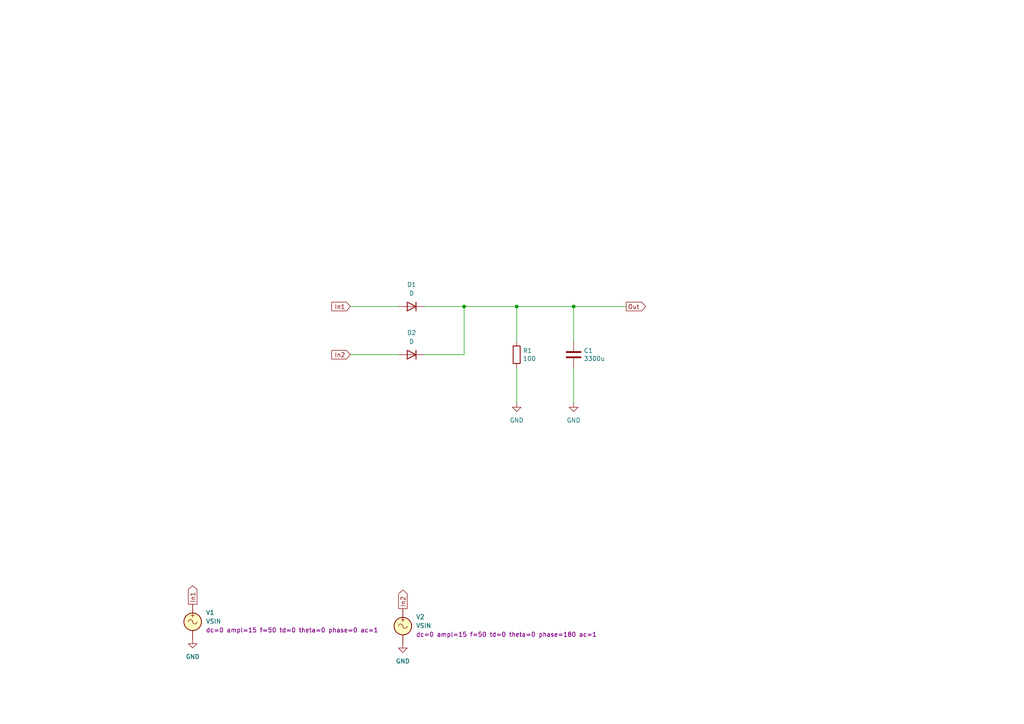
<source format=kicad_sch>
(kicad_sch (version 20231120) (generator "eeschema") (generator_version "8.0")
  (paper "A4")
  (title_block (title "Rectifier with 2 diodes") (date "2024-12-15") (company "GitHub/OJStuff"))
  (lib_symbols
    (symbol "Device:C" (pin_numbers hide) (pin_names (offset 0.254))
      (property "Reference" "C" (at 0.635 2.54 0))
      (property "Value" "C" (at 0.635 -2.54 0))
      (symbol "C_0_1"
        (polyline (pts (xy -2.032 -0.762) (xy 2.032 -0.762)) (stroke (width 0.508)))
        (polyline (pts (xy -2.032 0.762) (xy 2.032 0.762)) (stroke (width 0.508)))
      )
      (symbol "C_1_1"
        (pin passive line (at 0 3.81 270) (length 2.794) (name "~") (number "1"))
        (pin passive line (at 0 -3.81 90) (length 2.794) (name "~") (number "2"))
      )
    )
    (symbol "Device:D" (pin_numbers hide) (pin_names (offset 1.016) hide)
      (property "Reference" "D" (at 0 2.54 0))
      (property "Value" "D" (at 0 -2.54 0))
      (symbol "D_0_1"
        (polyline (pts (xy -1.27 1.27) (xy -1.27 -1.27)) (stroke (width 0.254)))
        (polyline (pts (xy 1.27 0) (xy -1.27 0)))
        (polyline (pts (xy 1.27 1.27) (xy 1.27 -1.27) (xy -1.27 0) (xy 1.27 1.27)) (stroke (width 0.254)))
      )
      (symbol "D_1_1"
        (pin passive line (at -3.81 0 0) (length 2.54) (name "K") (number "1"))
        (pin passive line (at 3.81 0 180) (length 2.54) (name "A") (number "2"))
      )
    )
    (symbol "Device:R" (pin_numbers hide) (pin_names (offset 0))
      (property "Reference" "R" (at 2.032 0 90))
      (property "Value" "R" (at 0 0 90))
      (symbol "R_0_1"
        (rectangle (start -1.016 -2.54) (end 1.016 2.54) (stroke (width 0.254)))
      )
      (symbol "R_1_1"
        (pin passive line (at 0 3.81 270) (length 1.27) (name "~") (number "1"))
        (pin passive line (at 0 -3.81 90) (length 1.27) (name "~") (number "2"))
      )
    )
    (symbol "VSIN_1" (pin_numbers hide) (pin_names (offset 0.0254))
      (property "Reference" "V" (at 2.54 2.54 0))
      (property "Value" "VSIN" (at 2.54 0 0))
      (property "Sim.Params" "dc=0 ampl=1 f=1k ac=1" (at 2.54 -2.54 0))
      (symbol "VSIN_1_0_0"
        (arc (start 0 0) (mid -0.635 0.6323) (end -1.27 0))
        (arc (start 0 0) (mid 0.635 -0.6323) (end 1.27 0))
        (text "+" (at 0 1.905 0) (effects (font (size 1.27 1.27))))
      )
      (symbol "VSIN_1_0_1"
        (circle (center 0 0) (radius 2.54) (stroke (width 0.254)) (fill (type background)))
      )
      (symbol "VSIN_1_1_1"
        (pin passive line (at 0 5.08 270) (length 2.54) (name "~") (number "1"))
        (pin passive line (at 0 -5.08 90) (length 2.54) (name "~") (number "2"))
      )
    )
    (symbol "power:GND" (power) (pin_numbers hide) (pin_names (offset 0) hide)
      (property "Value" "GND" (at 0 -3.81 0))
      (symbol "GND_0_1"
        (polyline (pts (xy 0 0) (xy 0 -1.27) (xy 1.27 -1.27) (xy 0 -2.54) (xy -1.27 -1.27) (xy 0 -1.27)))
      )
      (symbol "GND_1_1"
        (pin power_in line (at 0 0 270) (length 0) (name "~") (number "1"))
      )
    )
  )
  (junction (at 134.62 88.9))
  (junction (at 166.37 88.9))
  (junction (at 149.86 88.9))
  (wire (pts (xy 123.19 88.9) (xy 134.62 88.9)))
  (wire (pts (xy 166.37 106.68) (xy 166.37 116.84)))
  (wire (pts (xy 149.86 99.06) (xy 149.86 88.9)))
  (wire (pts (xy 149.86 88.9) (xy 166.37 88.9)))
  (wire (pts (xy 134.62 102.87) (xy 134.62 88.9)))
  (wire (pts (xy 123.19 102.87) (xy 134.62 102.87)))
  (wire (pts (xy 134.62 88.9) (xy 149.86 88.9)))
  (wire (pts (xy 101.6 102.87) (xy 115.57 102.87)))
  (wire (pts (xy 166.37 99.06) (xy 166.37 88.9)))
  (wire (pts (xy 149.86 106.68) (xy 149.86 116.84)))
  (wire (pts (xy 101.6 88.9) (xy 115.57 88.9)))
  (wire (pts (xy 166.37 88.9) (xy 181.61 88.9)))
  (global_label "In1" (shape output) (at 55.88 175.26 90) (property "Intersheetrefs" "${INTERSHEET_REFS}" (effects (hide yes))))
  (global_label "Out" (shape output) (at 181.61 88.9 0) (property "Intersheetrefs" "${INTERSHEET_REFS}" (effects (hide yes))))
  (global_label "In1" (shape input) (at 101.6 88.9 180) (property "Intersheetrefs" "${INTERSHEET_REFS}" (effects (hide yes))))
  (global_label "In2" (shape input) (at 101.6 102.87 180) (property "Intersheetrefs" "${INTERSHEET_REFS}" (effects (hide yes))))
  (global_label "In2" (shape output) (at 116.84 176.53 90) (property "Intersheetrefs" "${INTERSHEET_REFS}" (effects (hide yes))))
  (symbol (lib_id "Device:R") (at 149.86 102.87 0) (unit 1)
    (property "Reference" "R1" (at 151.638 101.7016 0) (effects (justify left)))
    (property "Value" "100" (at 151.638 104.013 0) (effects (justify left)))
  )
  (symbol (lib_id "power:GND") (at 149.86 116.84 0) (unit 1)
    (property "Reference" "#PWR01" (effects (hide yes)))
    (property "Value" "GND" (at 149.86 121.92 0))
    (property "Description" "Power symbol creates a global label with name \"GND\" , ground" (effects (hide yes)))
  )
  (symbol (lib_id "Device:D") (at 119.38 88.9 180) (unit 1)
    (property "Reference" "D1" (at 119.38 82.55 0))
    (property "Value" "D" (at 119.38 85.09 0))
    (property "Sim.Device" "D" (effects (hide yes)))
    (property "Sim.Pins" "1=K 2=A" (effects (hide yes)))
  )
  (symbol (lib_id "Device:D") (at 119.38 102.87 180) (unit 1)
    (property "Reference" "D2" (at 119.38 96.52 0))
    (property "Value" "D" (at 119.38 99.06 0))
    (property "Sim.Device" "D" (effects (hide yes)))
    (property "Sim.Pins" "1=K 2=A" (effects (hide yes)))
  )
  (symbol (lib_id "power:GND") (at 116.84 186.69 0) (unit 1)
    (property "Reference" "#PWR04" (effects (hide yes)))
    (property "Value" "GND" (at 116.84 191.77 0))
    (property "Description" "Power symbol creates a global label with name \"GND\" , ground" (effects (hide yes)))
  )
  (symbol (lib_name "VSIN_1") (lib_id "Simulation_SPICE:VSIN") (at 116.84 181.61 0) (unit 1)
    (property "Reference" "V2" (at 120.65 178.9401 0) (effects (justify left)))
    (property "Value" "VSIN" (at 120.65 181.4801 0) (effects (justify left)))
    (property "Datasheet" "https://ngspice.sourceforge.io/docs/ngspice-html-manual/manual.xhtml#sec_Independent_Sources_for" (effects (hide yes)))
    (property "Description" "Voltage source, sinusoidal" (effects (hide yes)))
    (property "Sim.Pins" "1=+ 2=-" (effects (hide yes)))
    (property "Sim.Params" "dc=0 ampl=15 f=50 td=0 theta=0 phase=180 ac=1" (at 120.65 184.0201 0) (effects (justify left)))
    (property "Sim.Type" "SIN" (effects (hide yes)))
    (property "Sim.Device" "V" (effects (hide yes)))
  )
  (symbol (lib_name "VSIN_1") (lib_id "Simulation_SPICE:VSIN") (at 55.88 180.34 0) (unit 1)
    (property "Reference" "V1" (at 59.69 177.6701 0) (effects (justify left)))
    (property "Value" "VSIN" (at 59.69 180.2101 0) (effects (justify left)))
    (property "Datasheet" "https://ngspice.sourceforge.io/docs/ngspice-html-manual/manual.xhtml#sec_Independent_Sources_for" (effects (hide yes)))
    (property "Description" "Voltage source, sinusoidal" (effects (hide yes)))
    (property "Sim.Pins" "1=+ 2=-" (effects (hide yes)))
    (property "Sim.Params" "dc=0 ampl=15 f=50 td=0 theta=0 phase=0 ac=1" (at 59.69 182.7501 0) (effects (justify left)))
    (property "Sim.Type" "SIN" (effects (hide yes)))
    (property "Sim.Device" "V" (effects (hide yes)))
  )
  (symbol (lib_id "Device:C") (at 166.37 102.87 0) (unit 1)
    (property "Reference" "C1" (at 169.291 101.7016 0) (effects (justify left)))
    (property "Value" "3300u" (at 169.291 104.013 0) (effects (justify left)))
  )
  (symbol (lib_id "power:GND") (at 55.88 185.42 0) (unit 1)
    (property "Reference" "#PWR03" (effects (hide yes)))
    (property "Value" "GND" (at 55.88 190.5 0))
    (property "Description" "Power symbol creates a global label with name \"GND\" , ground" (effects (hide yes)))
  )
  (symbol (lib_id "power:GND") (at 166.37 116.84 0) (unit 1)
    (property "Reference" "#PWR02" (effects (hide yes)))
    (property "Value" "GND" (at 166.37 121.92 0))
    (property "Description" "Power symbol creates a global label with name \"GND\" , ground" (effects (hide yes)))
  )
)
</source>
